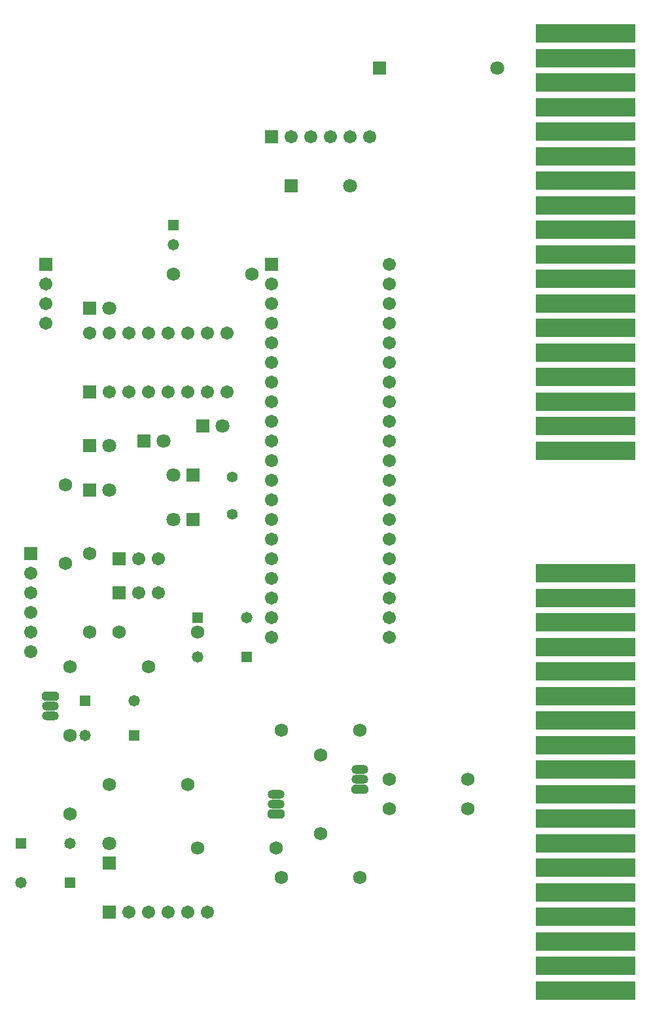
<source format=gbs>
G04 DipTrace 2.3.1.0*
%INPC04Controller.GBS*%
%MOMM*%
%ADD38C,1.422*%
%ADD40O,2.203X1.203*%
%ADD42R,12.903X2.362*%
%ADD44C,1.727*%
%ADD46C,1.727*%
%ADD48C,1.703*%
%ADD50R,1.703X1.703*%
%ADD52C,1.473*%
%ADD54R,1.473X1.473*%
%ADD56C,1.473*%
%ADD58R,1.803X1.803*%
%ADD60C,1.803*%
%FSLAX53Y53*%
G04*
G71*
G90*
G75*
G01*
%LNBotMask*%
%LPD*%
D60*
X34138Y74778D3*
X25883Y78588D3*
X56998Y117958D3*
D58*
X49378D3*
D60*
X32868Y84938D3*
X40488Y86843D3*
X34138Y80493D3*
X25883Y32868D3*
Y84303D3*
D58*
X60808Y133198D3*
D60*
X76048D3*
D56*
X34138Y110338D3*
D54*
Y112878D3*
X43663Y56998D3*
D52*
X37313D3*
D54*
Y62078D3*
D52*
X43663D3*
D54*
X22708Y51283D3*
D52*
X29058D3*
D54*
Y46838D3*
D52*
X22708D3*
D54*
X14453Y32868D3*
D52*
X20803D3*
D54*
Y27788D3*
D52*
X14453D3*
D50*
X25883Y23978D3*
D48*
X28423D3*
X30963D3*
X33503D3*
X36043D3*
X38583D3*
D50*
X46838Y124308D3*
D48*
X49378D3*
X51918D3*
X54458D3*
X56998D3*
X59538D3*
D50*
X27153Y69698D3*
D48*
X29693D3*
X32233D3*
D50*
X15723Y70333D3*
D48*
Y67793D3*
Y65253D3*
Y62713D3*
Y60173D3*
Y57633D3*
D50*
X17628Y107798D3*
D48*
Y105258D3*
Y102718D3*
Y100178D3*
D50*
X27153Y65253D3*
D48*
X29693D3*
X32233D3*
D46*
X72238Y37313D3*
D44*
X62078D3*
D46*
X72238Y41123D3*
D44*
X62078D3*
D46*
X48108Y47473D3*
D44*
X58268D3*
D46*
X53188Y34138D3*
D44*
Y44298D3*
D46*
X47473Y32233D3*
D44*
X37313D3*
D46*
X58268Y28423D3*
D44*
X48108D3*
D46*
X36043Y40488D3*
D44*
X25883D3*
D46*
X44298Y106528D3*
D44*
X34138D3*
D46*
X30963Y55728D3*
D44*
X20803D3*
D46*
Y36678D3*
D44*
Y46838D3*
D46*
X23343Y70333D3*
D44*
Y60173D3*
D46*
X20168Y79223D3*
D44*
Y69063D3*
D46*
X27153Y60173D3*
D44*
X37313D3*
D42*
X87478Y13818D3*
D50*
X46838Y107798D3*
D48*
Y105258D3*
Y102718D3*
Y100178D3*
Y97638D3*
Y95098D3*
Y92558D3*
Y90018D3*
Y87478D3*
Y84938D3*
Y82398D3*
Y79858D3*
Y77318D3*
Y74778D3*
Y72238D3*
Y69698D3*
Y67158D3*
Y64618D3*
Y62078D3*
Y59538D3*
X62078D3*
Y62078D3*
Y64618D3*
Y67158D3*
Y69698D3*
Y72238D3*
Y74778D3*
Y77318D3*
Y79858D3*
Y82398D3*
Y84938D3*
Y87478D3*
Y90018D3*
Y92558D3*
Y95098D3*
Y97638D3*
Y100178D3*
Y102718D3*
Y105258D3*
Y107798D3*
D50*
X23343Y91288D3*
D48*
X25883D3*
X28423D3*
X30963D3*
X33503D3*
X36043D3*
X38583D3*
X41123D3*
Y98888D3*
X38583D3*
X36043D3*
X33503D3*
X30963D3*
X28423D3*
X25883D3*
X23343D3*
G36*
X17471Y52519D2*
X17161Y52210D1*
Y51626D1*
X17471Y51316D1*
X19055D1*
X19364Y51626D1*
Y52210D1*
X19055Y52519D1*
X17471D1*
G37*
D40*
X18263Y50648D3*
Y49378D3*
G36*
X48265Y36076D2*
X48574Y36386D1*
Y36970D1*
X48265Y37279D1*
X46681D1*
X46371Y36970D1*
Y36386D1*
X46681Y36076D1*
X48265D1*
G37*
D40*
X47473Y37948D3*
Y39218D3*
G36*
X59060Y39251D2*
X59369Y39561D1*
Y40145D1*
X59060Y40454D1*
X57476D1*
X57166Y40145D1*
Y39561D1*
X57476Y39251D1*
X59060D1*
G37*
D40*
X58268Y41123D3*
Y42393D3*
D38*
X41758Y75413D3*
Y80239D3*
D42*
X87478Y83668D3*
Y86843D3*
Y90018D3*
Y93193D3*
Y96368D3*
Y99543D3*
Y102718D3*
Y105893D3*
Y109068D3*
Y112243D3*
Y115418D3*
Y118593D3*
Y121768D3*
Y124943D3*
Y128118D3*
Y131293D3*
Y134468D3*
Y137643D3*
Y16993D3*
Y20168D3*
Y23343D3*
Y26518D3*
Y29693D3*
Y32868D3*
Y36043D3*
Y39218D3*
Y42393D3*
Y45568D3*
Y48743D3*
Y51918D3*
Y55093D3*
Y58268D3*
Y61443D3*
Y64618D3*
Y67793D3*
D60*
X25883Y102083D3*
D58*
X23343D3*
Y84303D3*
X30328Y84938D3*
X37948Y86843D3*
X36678Y80493D3*
Y74778D3*
X23343Y78588D3*
X25883Y30328D3*
M02*

</source>
